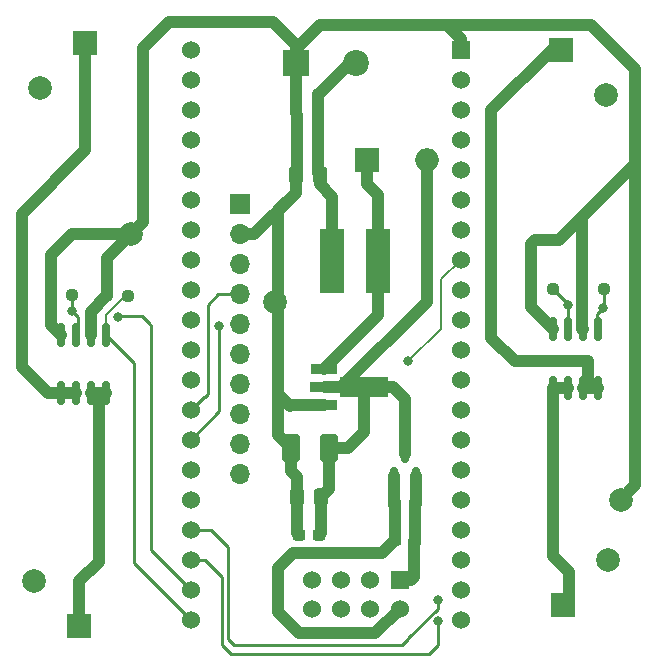
<source format=gbr>
%TF.GenerationSoftware,KiCad,Pcbnew,(6.0.7)*%
%TF.CreationDate,2022-10-25T16:16:00+09:00*%
%TF.ProjectId,quad_jsb,71756164-5f6a-4736-922e-6b696361645f,rev?*%
%TF.SameCoordinates,Original*%
%TF.FileFunction,Copper,L2,Bot*%
%TF.FilePolarity,Positive*%
%FSLAX46Y46*%
G04 Gerber Fmt 4.6, Leading zero omitted, Abs format (unit mm)*
G04 Created by KiCad (PCBNEW (6.0.7)) date 2022-10-25 16:16:00*
%MOMM*%
%LPD*%
G01*
G04 APERTURE LIST*
G04 Aperture macros list*
%AMRoundRect*
0 Rectangle with rounded corners*
0 $1 Rounding radius*
0 $2 $3 $4 $5 $6 $7 $8 $9 X,Y pos of 4 corners*
0 Add a 4 corners polygon primitive as box body*
4,1,4,$2,$3,$4,$5,$6,$7,$8,$9,$2,$3,0*
0 Add four circle primitives for the rounded corners*
1,1,$1+$1,$2,$3*
1,1,$1+$1,$4,$5*
1,1,$1+$1,$6,$7*
1,1,$1+$1,$8,$9*
0 Add four rect primitives between the rounded corners*
20,1,$1+$1,$2,$3,$4,$5,0*
20,1,$1+$1,$4,$5,$6,$7,0*
20,1,$1+$1,$6,$7,$8,$9,0*
20,1,$1+$1,$8,$9,$2,$3,0*%
%AMFreePoly0*
4,1,9,5.362500,-0.866500,1.237500,-0.866500,1.237500,-0.450000,-1.237500,-0.450000,-1.237500,0.450000,1.237500,0.450000,1.237500,0.866500,5.362500,0.866500,5.362500,-0.866500,5.362500,-0.866500,$1*%
G04 Aperture macros list end*
%TA.AperFunction,ComponentPad*%
%ADD10C,2.000000*%
%TD*%
%TA.AperFunction,ComponentPad*%
%ADD11R,2.000000X2.000000*%
%TD*%
%TA.AperFunction,ComponentPad*%
%ADD12C,2.200000*%
%TD*%
%TA.AperFunction,ComponentPad*%
%ADD13R,2.200000X2.200000*%
%TD*%
%TA.AperFunction,ComponentPad*%
%ADD14R,1.524000X1.524000*%
%TD*%
%TA.AperFunction,ComponentPad*%
%ADD15C,1.524000*%
%TD*%
%TA.AperFunction,ComponentPad*%
%ADD16O,2.000000X2.000000*%
%TD*%
%TA.AperFunction,ComponentPad*%
%ADD17R,1.700000X1.700000*%
%TD*%
%TA.AperFunction,ComponentPad*%
%ADD18O,1.700000X1.700000*%
%TD*%
%TA.AperFunction,SMDPad,CuDef*%
%ADD19RoundRect,0.237500X0.300000X0.237500X-0.300000X0.237500X-0.300000X-0.237500X0.300000X-0.237500X0*%
%TD*%
%TA.AperFunction,SMDPad,CuDef*%
%ADD20RoundRect,0.237500X-0.250000X-0.237500X0.250000X-0.237500X0.250000X0.237500X-0.250000X0.237500X0*%
%TD*%
%TA.AperFunction,SMDPad,CuDef*%
%ADD21RoundRect,0.250000X0.337500X0.475000X-0.337500X0.475000X-0.337500X-0.475000X0.337500X-0.475000X0*%
%TD*%
%TA.AperFunction,SMDPad,CuDef*%
%ADD22RoundRect,0.150000X0.150000X-0.587500X0.150000X0.587500X-0.150000X0.587500X-0.150000X-0.587500X0*%
%TD*%
%TA.AperFunction,SMDPad,CuDef*%
%ADD23R,2.150000X5.500000*%
%TD*%
%TA.AperFunction,SMDPad,CuDef*%
%ADD24RoundRect,0.150000X-0.150000X0.825000X-0.150000X-0.825000X0.150000X-0.825000X0.150000X0.825000X0*%
%TD*%
%TA.AperFunction,SMDPad,CuDef*%
%ADD25R,2.300000X0.900000*%
%TD*%
%TA.AperFunction,SMDPad,CuDef*%
%ADD26FreePoly0,0.000000*%
%TD*%
%TA.AperFunction,SMDPad,CuDef*%
%ADD27RoundRect,0.237500X-0.300000X-0.237500X0.300000X-0.237500X0.300000X0.237500X-0.300000X0.237500X0*%
%TD*%
%TA.AperFunction,SMDPad,CuDef*%
%ADD28RoundRect,0.250001X0.499999X0.924999X-0.499999X0.924999X-0.499999X-0.924999X0.499999X-0.924999X0*%
%TD*%
%TA.AperFunction,SMDPad,CuDef*%
%ADD29RoundRect,0.250000X-0.337500X-0.475000X0.337500X-0.475000X0.337500X0.475000X-0.337500X0.475000X0*%
%TD*%
%TA.AperFunction,ViaPad*%
%ADD30C,2.000000*%
%TD*%
%TA.AperFunction,ViaPad*%
%ADD31C,0.800000*%
%TD*%
%TA.AperFunction,Conductor*%
%ADD32C,0.250000*%
%TD*%
%TA.AperFunction,Conductor*%
%ADD33C,1.000000*%
%TD*%
%TA.AperFunction,Conductor*%
%ADD34C,0.200000*%
%TD*%
G04 APERTURE END LIST*
D10*
%TO.P,U11,1,+*%
%TO.N,VBAT*%
X3345000Y48345000D03*
D11*
%TO.P,U11,2,-*%
%TO.N,Net-(C11-Pad1)*%
X7155000Y52155000D03*
%TD*%
D12*
%TO.P,U1,2,BAT*%
%TO.N,VBAT*%
X30040000Y50500000D03*
D13*
%TO.P,U1,1,GND*%
%TO.N,GND*%
X24960000Y50500000D03*
%TD*%
D14*
%TO.P,U4,1,GND*%
%TO.N,GND*%
X33750000Y6750000D03*
D15*
%TO.P,U4,2,VCC*%
%TO.N,+3.3V*%
X33750000Y4290000D03*
%TO.P,U4,3,CE*%
%TO.N,Net-(U4-Pad3)*%
X31290000Y6750000D03*
%TO.P,U4,4,CSN*%
%TO.N,Net-(U4-Pad4)*%
X31290000Y4290000D03*
%TO.P,U4,5,SCK*%
%TO.N,Net-(U4-Pad5)*%
X28830000Y6750000D03*
%TO.P,U4,6,MOSI*%
%TO.N,Net-(U4-Pad6)*%
X28830000Y4290000D03*
%TO.P,U4,7,MISO*%
%TO.N,Net-(U4-Pad7)*%
X26370000Y6750000D03*
%TO.P,U4,8*%
%TO.N,N/C*%
X26370000Y4290000D03*
%TD*%
D10*
%TO.P,U12,1,+*%
%TO.N,VBAT*%
X51405000Y8405000D03*
D11*
%TO.P,U12,2,-*%
%TO.N,Net-(C12-Pad1)*%
X47595000Y4595000D03*
%TD*%
D10*
%TO.P,U9,1,+*%
%TO.N,VBAT*%
X2845000Y6655000D03*
D11*
%TO.P,U9,2,-*%
%TO.N,Net-(C9-Pad1)*%
X6655000Y2845000D03*
%TD*%
%TO.P,D1,1,A*%
%TO.N,Net-(D1-Pad1)*%
X30960000Y42250000D03*
D16*
%TO.P,D1,2,K*%
%TO.N,+5V*%
X36040000Y42250000D03*
%TD*%
D17*
%TO.P,U6,1,VCC*%
%TO.N,+3.3V*%
X20225000Y38525000D03*
D18*
%TO.P,U6,2,GND*%
%TO.N,GND*%
X20225000Y35985000D03*
%TO.P,U6,3,SCL*%
%TO.N,Net-(R3-Pad2)*%
X20225000Y33445000D03*
%TO.P,U6,4,SDA*%
%TO.N,Net-(R4-Pad2)*%
X20225000Y30905000D03*
%TO.P,U6,5*%
%TO.N,N/C*%
X20225000Y28365000D03*
%TO.P,U6,6*%
X20225000Y25825000D03*
%TO.P,U6,7*%
X20225000Y23285000D03*
%TO.P,U6,8*%
X20225000Y20745000D03*
%TO.P,U6,9*%
X20225000Y18205000D03*
%TO.P,U6,10*%
X20225000Y15665000D03*
%TD*%
D10*
%TO.P,U10,1,+*%
%TO.N,VBAT*%
X51255000Y47820000D03*
D11*
%TO.P,U10,2,-*%
%TO.N,Net-(C10-Pad1)*%
X47445000Y51630000D03*
%TD*%
D19*
%TO.P,C5,1*%
%TO.N,GND*%
X35062500Y13050000D03*
%TO.P,C5,2*%
%TO.N,+3.3V*%
X33337500Y13050000D03*
%TD*%
D20*
%TO.P,R5,1*%
%TO.N,GND*%
X4212500Y30875000D03*
%TO.P,R5,2*%
%TO.N,Net-(R5-Pad2)*%
X6037500Y30875000D03*
%TD*%
D21*
%TO.P,C4,1*%
%TO.N,VBAT*%
X27037500Y41000000D03*
%TO.P,C4,2*%
%TO.N,GND*%
X24962500Y41000000D03*
%TD*%
D22*
%TO.P,U3,1,GND*%
%TO.N,GND*%
X35175000Y15537500D03*
%TO.P,U3,2,VO*%
%TO.N,+3.3V*%
X33275000Y15537500D03*
%TO.P,U3,3,VI*%
%TO.N,+5V*%
X34225000Y17412500D03*
%TD*%
D23*
%TO.P,L1,1,1*%
%TO.N,VBAT*%
X28075000Y33750000D03*
%TO.P,L1,2,2*%
%TO.N,Net-(D1-Pad1)*%
X31925000Y33750000D03*
%TD*%
D14*
%TO.P,U5,1,GND*%
%TO.N,GND*%
X38930000Y51630000D03*
D15*
%TO.P,U5,2,VIN*%
%TO.N,+5V*%
X38930000Y49090000D03*
%TO.P,U5,3*%
%TO.N,N/C*%
X38930000Y46550000D03*
%TO.P,U5,4*%
X38930000Y44010000D03*
%TO.P,U5,5,p5*%
%TO.N,Net-(U4-Pad6)*%
X38930000Y41470000D03*
%TO.P,U5,6,p6*%
%TO.N,Net-(U4-Pad7)*%
X38930000Y38930000D03*
%TO.P,U5,7,p7*%
%TO.N,Net-(U4-Pad5)*%
X38930000Y36390000D03*
%TO.P,U5,8,p8*%
%TO.N,Net-(U4-Pad4)*%
X38930000Y33850000D03*
%TO.P,U5,9*%
%TO.N,N/C*%
X38930000Y31310000D03*
%TO.P,U5,10*%
X38930000Y28770000D03*
%TO.P,U5,11*%
X38930000Y26230000D03*
%TO.P,U5,12*%
X38930000Y23690000D03*
%TO.P,U5,13*%
X38930000Y21150000D03*
%TO.P,U5,14*%
X38930000Y18610000D03*
%TO.P,U5,15,p15*%
%TO.N,Net-(U4-Pad3)*%
X38930000Y16070000D03*
%TO.P,U5,16*%
%TO.N,N/C*%
X38930000Y13530000D03*
%TO.P,U5,17,p17*%
%TO.N,Net-(R1-Pad2)*%
X38930000Y10990000D03*
%TO.P,U5,18*%
%TO.N,N/C*%
X38930000Y8450000D03*
%TO.P,U5,19*%
X38930000Y5910000D03*
%TO.P,U5,20*%
X38930000Y3370000D03*
%TO.P,U5,21,p21*%
%TO.N,Net-(R6-Pad2)*%
X16070000Y3370000D03*
%TO.P,U5,22,p22*%
%TO.N,Net-(R5-Pad2)*%
X16070000Y5910000D03*
%TO.P,U5,23,p23*%
%TO.N,Net-(R8-Pad2)*%
X16070000Y8450000D03*
%TO.P,U5,24,p24*%
%TO.N,Net-(R7-Pad2)*%
X16070000Y10990000D03*
%TO.P,U5,25*%
%TO.N,N/C*%
X16070000Y13530000D03*
%TO.P,U5,26,p26*%
%TO.N,Net-(D2-Pad1)*%
X16070000Y16070000D03*
%TO.P,U5,27,p27*%
%TO.N,Net-(R3-Pad2)*%
X16070000Y18610000D03*
%TO.P,U5,28,p28*%
%TO.N,Net-(R4-Pad2)*%
X16070000Y21150000D03*
%TO.P,U5,29*%
%TO.N,N/C*%
X16070000Y23690000D03*
%TO.P,U5,30*%
X16070000Y26230000D03*
%TO.P,U5,31*%
X16070000Y28770000D03*
%TO.P,U5,32*%
X16070000Y31310000D03*
%TO.P,U5,33*%
X16070000Y33850000D03*
%TO.P,U5,34*%
X16070000Y36390000D03*
%TO.P,U5,35*%
X16070000Y38930000D03*
%TO.P,U5,36*%
X16070000Y41470000D03*
%TO.P,U5,37*%
X16070000Y44010000D03*
%TO.P,U5,38*%
X16070000Y46550000D03*
%TO.P,U5,39*%
X16070000Y49090000D03*
%TO.P,U5,40*%
X16070000Y51630000D03*
%TD*%
D19*
%TO.P,C8,1*%
%TO.N,GND*%
X35075000Y10100000D03*
%TO.P,C8,2*%
%TO.N,+3.3V*%
X33350000Y10100000D03*
%TD*%
D24*
%TO.P,U8,1,S2*%
%TO.N,GND*%
X46745000Y27950000D03*
%TO.P,U8,2,G2*%
%TO.N,Net-(R7-Pad2)*%
X48015000Y27950000D03*
%TO.P,U8,3,S1*%
%TO.N,GND*%
X49285000Y27950000D03*
%TO.P,U8,4,G1*%
%TO.N,Net-(R8-Pad2)*%
X50555000Y27950000D03*
%TO.P,U8,5,D1*%
%TO.N,Net-(C10-Pad1)*%
X50555000Y23000000D03*
%TO.P,U8,6,D1*%
X49285000Y23000000D03*
%TO.P,U8,7,D2*%
%TO.N,Net-(C12-Pad1)*%
X48015000Y23000000D03*
%TO.P,U8,8,D2*%
X46745000Y23000000D03*
%TD*%
%TO.P,U7,1,S2*%
%TO.N,GND*%
X5095000Y27475000D03*
%TO.P,U7,2,G2*%
%TO.N,Net-(R5-Pad2)*%
X6365000Y27475000D03*
%TO.P,U7,3,S1*%
%TO.N,GND*%
X7635000Y27475000D03*
%TO.P,U7,4,G1*%
%TO.N,Net-(R6-Pad2)*%
X8905000Y27475000D03*
%TO.P,U7,5,D1*%
%TO.N,Net-(C9-Pad1)*%
X8905000Y22525000D03*
%TO.P,U7,6,D1*%
X7635000Y22525000D03*
%TO.P,U7,7,D2*%
%TO.N,Net-(C11-Pad1)*%
X6365000Y22525000D03*
%TO.P,U7,8,D2*%
X5095000Y22525000D03*
%TD*%
D25*
%TO.P,U2,1,VSS*%
%TO.N,GND*%
X27325000Y21575000D03*
D26*
%TO.P,U2,2,OUT*%
%TO.N,+5V*%
X27412500Y23075000D03*
D25*
%TO.P,U2,3,LX*%
%TO.N,Net-(D1-Pad1)*%
X27325000Y24575000D03*
%TD*%
D27*
%TO.P,C3,1*%
%TO.N,GND*%
X25237500Y10550000D03*
%TO.P,C3,2*%
%TO.N,+5V*%
X26962500Y10550000D03*
%TD*%
D28*
%TO.P,C6,1*%
%TO.N,+5V*%
X27800000Y17925000D03*
%TO.P,C6,2*%
%TO.N,GND*%
X24550000Y17925000D03*
%TD*%
D27*
%TO.P,C2,1*%
%TO.N,GND*%
X25112500Y43675000D03*
%TO.P,C2,2*%
%TO.N,VBAT*%
X26837500Y43675000D03*
%TD*%
D20*
%TO.P,R7,1*%
%TO.N,GND*%
X44887500Y31350000D03*
%TO.P,R7,2*%
%TO.N,Net-(R7-Pad2)*%
X46712500Y31350000D03*
%TD*%
%TO.P,R8,1*%
%TO.N,GND*%
X49237500Y31350000D03*
%TO.P,R8,2*%
%TO.N,Net-(R8-Pad2)*%
X51062500Y31350000D03*
%TD*%
D29*
%TO.P,C7,1*%
%TO.N,GND*%
X25062500Y13750000D03*
%TO.P,C7,2*%
%TO.N,+5V*%
X27137500Y13750000D03*
%TD*%
D20*
%TO.P,R6,1*%
%TO.N,GND*%
X8937500Y30750000D03*
%TO.P,R6,2*%
%TO.N,Net-(R6-Pad2)*%
X10762500Y30750000D03*
%TD*%
D30*
%TO.N,GND*%
X52500000Y13500000D03*
X23250000Y30250000D03*
X11000000Y36000000D03*
D31*
%TO.N,Net-(R3-Pad2)*%
X18500000Y28250000D03*
%TO.N,Net-(R5-Pad2)*%
X9875500Y29000000D03*
X6000000Y29500000D03*
%TO.N,Net-(R7-Pad2)*%
X48000000Y30000000D03*
X37000000Y5000000D03*
%TO.N,Net-(R8-Pad2)*%
X51000000Y29750000D03*
X37000000Y3250000D03*
%TO.N,Net-(U4-Pad4)*%
X34500000Y25250000D03*
%TD*%
D32*
%TO.N,Net-(R8-Pad2)*%
X50500000Y28005000D02*
X50555000Y27950000D01*
X51000000Y29750000D02*
X50500000Y29250000D01*
X50500000Y29250000D02*
X50500000Y28005000D01*
%TO.N,Net-(R7-Pad2)*%
X17760000Y10990000D02*
X16070000Y10990000D01*
X19250000Y9500000D02*
X17760000Y10990000D01*
X19250000Y1750000D02*
X19250000Y9500000D01*
X19750000Y1250000D02*
X19250000Y1750000D01*
X34500000Y1750000D02*
X34000000Y1250000D01*
X34500000Y1775305D02*
X34500000Y1750000D01*
X37000000Y4275305D02*
X34500000Y1775305D01*
X37000000Y5000000D02*
X37000000Y4275305D01*
X34000000Y1250000D02*
X19750000Y1250000D01*
D33*
%TO.N,GND*%
X23500000Y30000000D02*
X23500000Y22500000D01*
X23250000Y30250000D02*
X23500000Y30000000D01*
X23500000Y38057919D02*
X24962500Y39520419D01*
X23250000Y30250000D02*
X23500000Y30500000D01*
X23500000Y30500000D02*
X23500000Y38057919D01*
%TO.N,VBAT*%
X28075000Y39175000D02*
X28075000Y33750000D01*
X27037500Y40212500D02*
X28075000Y39175000D01*
X27037500Y41000000D02*
X27037500Y40212500D01*
%TO.N,+5V*%
X33175000Y23075000D02*
X27412500Y23075000D01*
X34225000Y22025000D02*
X33175000Y23075000D01*
X34225000Y17412500D02*
X34225000Y22025000D01*
%TO.N,GND*%
X27000000Y53750000D02*
X37750000Y53750000D01*
X24960000Y51710000D02*
X27000000Y53750000D01*
X24960000Y51000000D02*
X24960000Y51710000D01*
X14250000Y54000000D02*
X12000000Y51750000D01*
X24960000Y52040000D02*
X23000000Y54000000D01*
X24960000Y50500000D02*
X24960000Y52040000D01*
X23000000Y54000000D02*
X14250000Y54000000D01*
X12000000Y51750000D02*
X12000000Y37000000D01*
X12000000Y37000000D02*
X11000000Y36000000D01*
X24960000Y51000000D02*
X24960000Y50500000D01*
D32*
%TO.N,Net-(R8-Pad2)*%
X17300000Y8450000D02*
X16070000Y8450000D01*
X18750000Y1250000D02*
X18750000Y7000000D01*
X19500000Y500000D02*
X18750000Y1250000D01*
X36250000Y500000D02*
X19500000Y500000D01*
X37000000Y1250000D02*
X36250000Y500000D01*
X18750000Y7000000D02*
X17300000Y8450000D01*
X37000000Y3250000D02*
X37000000Y1250000D01*
D33*
%TO.N,+3.3V*%
X31710000Y2250000D02*
X33750000Y4290000D01*
X25250000Y2250000D02*
X31710000Y2250000D01*
X24750000Y9000000D02*
X23500000Y7750000D01*
X23500000Y7750000D02*
X23500000Y4000000D01*
X32250000Y9000000D02*
X24750000Y9000000D01*
X23500000Y4000000D02*
X25250000Y2250000D01*
X33350000Y10100000D02*
X32250000Y9000000D01*
%TO.N,Net-(C12-Pad1)*%
X48095000Y5095000D02*
X47595000Y4595000D01*
X48095000Y7405000D02*
X48095000Y5095000D01*
X46745000Y23000000D02*
X46745000Y8755000D01*
X46745000Y8755000D02*
X48095000Y7405000D01*
%TO.N,GND*%
X35175000Y15537500D02*
X35175000Y13162500D01*
X45250000Y35500000D02*
X44887500Y35137500D01*
X8937500Y30750000D02*
X7635000Y29447500D01*
X35000000Y10025000D02*
X35000000Y7000000D01*
X4212500Y28357500D02*
X5095000Y27475000D01*
X53727464Y50022536D02*
X53727464Y41977464D01*
X35062500Y13050000D02*
X35062500Y10112500D01*
X53727464Y14727464D02*
X52500000Y13500000D01*
X49237500Y31350000D02*
X49237500Y37487500D01*
X23500000Y18975000D02*
X24550000Y17925000D01*
X25112500Y41150000D02*
X24962500Y41000000D01*
X25062500Y10725000D02*
X25237500Y10550000D01*
X35062500Y10112500D02*
X35075000Y10100000D01*
X23500000Y22500000D02*
X24500000Y21500000D01*
X21427081Y35985000D02*
X20225000Y35985000D01*
X24962500Y39520419D02*
X21427081Y35985000D01*
X6000000Y36000000D02*
X4212500Y34212500D01*
X49237500Y37487500D02*
X49375000Y37625000D01*
X44887500Y29807500D02*
X46745000Y27950000D01*
X47250000Y35500000D02*
X45250000Y35500000D01*
X11000000Y36000000D02*
X9000000Y34000000D01*
X50000000Y53750000D02*
X50250000Y53500000D01*
X50250000Y53500000D02*
X53727464Y50022536D01*
X23500000Y22500000D02*
X23500000Y18975000D01*
X35075000Y10100000D02*
X35075000Y9961675D01*
X24960000Y46290000D02*
X25112500Y46137500D01*
X7635000Y29447500D02*
X7635000Y27475000D01*
X9000000Y30812500D02*
X8937500Y30750000D01*
X49237500Y31350000D02*
X49237500Y27997500D01*
X24960000Y51000000D02*
X24960000Y46290000D01*
X35000000Y7000000D02*
X34750000Y6750000D01*
X24550000Y17925000D02*
X24550000Y15950000D01*
X24550000Y15950000D02*
X25062500Y15437500D01*
X24500000Y21500000D02*
X24575000Y21575000D01*
X49237500Y27997500D02*
X49285000Y27950000D01*
X24962500Y41000000D02*
X24962500Y39520419D01*
X4212500Y30875000D02*
X4212500Y28357500D01*
X44887500Y31350000D02*
X44887500Y29807500D01*
X4212500Y34212500D02*
X4212500Y30875000D01*
X35175000Y13162500D02*
X35062500Y13050000D01*
X35075000Y9961675D02*
X35000000Y9886675D01*
X53727464Y41977464D02*
X53727464Y14727464D01*
X25112500Y46137500D02*
X25112500Y43675000D01*
X44887500Y35137500D02*
X44887500Y31350000D01*
X49375000Y37625000D02*
X47250000Y35500000D01*
X11000000Y36000000D02*
X6000000Y36000000D01*
X25062500Y15437500D02*
X25062500Y13750000D01*
X53727464Y41977464D02*
X49375000Y37625000D01*
X9000000Y34000000D02*
X9000000Y30812500D01*
X35075000Y10100000D02*
X35000000Y10025000D01*
X37750000Y53750000D02*
X50000000Y53750000D01*
X25112500Y43675000D02*
X25112500Y41150000D01*
X25062500Y13750000D02*
X25062500Y10725000D01*
X34750000Y6750000D02*
X33750000Y6750000D01*
X24575000Y21575000D02*
X27325000Y21575000D01*
X37750000Y53750000D02*
X38930000Y52570000D01*
X38930000Y52570000D02*
X38930000Y51630000D01*
%TO.N,VBAT*%
X26837500Y47837500D02*
X26837500Y45087500D01*
X26837500Y45087500D02*
X26837500Y43675000D01*
X30040000Y51000000D02*
X27040000Y48000000D01*
D32*
X27000000Y43837500D02*
X26837500Y43675000D01*
D33*
X26837500Y45087500D02*
X26837500Y41200000D01*
X26837500Y41200000D02*
X27037500Y41000000D01*
X27000000Y48000000D02*
X26837500Y47837500D01*
X27040000Y48000000D02*
X27000000Y48000000D01*
%TO.N,+5V*%
X29425000Y17925000D02*
X30750000Y19250000D01*
X27137500Y13750000D02*
X27137500Y10725000D01*
X27800000Y17925000D02*
X29425000Y17925000D01*
X27800000Y17925000D02*
X27800000Y14412500D01*
X36040000Y30290000D02*
X28825000Y23075000D01*
X30750000Y19250000D02*
X30750000Y22250000D01*
X27800000Y14412500D02*
X27137500Y13750000D01*
X28825000Y23075000D02*
X27412500Y23075000D01*
X36040000Y42250000D02*
X36040000Y30290000D01*
X27137500Y10725000D02*
X26962500Y10550000D01*
%TO.N,+3.3V*%
X33275000Y13112500D02*
X33337500Y13050000D01*
X33337500Y10112500D02*
X33350000Y10100000D01*
X33275000Y15537500D02*
X33275000Y13112500D01*
X33337500Y13050000D02*
X33337500Y10112500D01*
%TO.N,Net-(C9-Pad1)*%
X6655000Y6655000D02*
X6655000Y2845000D01*
X8905000Y22525000D02*
X8275000Y22525000D01*
X8275000Y8275000D02*
X6655000Y6655000D01*
X8275000Y22525000D02*
X8275000Y8275000D01*
X8275000Y22525000D02*
X7635000Y22525000D01*
%TO.N,Net-(C10-Pad1)*%
X49750000Y23000000D02*
X49285000Y23000000D01*
X47445000Y51630000D02*
X46630000Y51630000D01*
X50555000Y23000000D02*
X49750000Y23000000D01*
X41500000Y27250000D02*
X43500000Y25250000D01*
X41500000Y46500000D02*
X41500000Y27250000D01*
X43500000Y25250000D02*
X49750000Y25250000D01*
X46630000Y51630000D02*
X41500000Y46500000D01*
X49750000Y25250000D02*
X49750000Y23000000D01*
%TO.N,Net-(C11-Pad1)*%
X6365000Y22525000D02*
X5095000Y22525000D01*
X1750000Y37750000D02*
X7155000Y43155000D01*
X3975000Y22525000D02*
X1750000Y24750000D01*
X5095000Y22525000D02*
X3975000Y22525000D01*
X1750000Y24750000D02*
X1750000Y37750000D01*
X7155000Y43155000D02*
X7155000Y52155000D01*
%TO.N,Net-(C12-Pad1)*%
X46745000Y23000000D02*
X48015000Y23000000D01*
%TO.N,Net-(D1-Pad1)*%
X30960000Y42250000D02*
X30960000Y40290000D01*
X31925000Y39325000D02*
X31925000Y33750000D01*
X31925000Y29175000D02*
X31925000Y33750000D01*
X27325000Y24575000D02*
X31925000Y29175000D01*
X30960000Y40290000D02*
X31925000Y39325000D01*
D32*
%TO.N,Net-(R3-Pad2)*%
X18500000Y21040000D02*
X18500000Y28250000D01*
X16070000Y18610000D02*
X18500000Y21040000D01*
%TO.N,Net-(R4-Pad2)*%
X16070000Y21150000D02*
X17170000Y22250000D01*
X17250000Y22250000D02*
X17500000Y22500000D01*
X17170000Y22250000D02*
X17250000Y22250000D01*
X17500000Y30000000D02*
X18405000Y30905000D01*
X18405000Y30905000D02*
X20225000Y30905000D01*
X17500000Y22500000D02*
X17500000Y30000000D01*
%TO.N,Net-(R5-Pad2)*%
X12750000Y9500000D02*
X12750000Y27324500D01*
X6037500Y30875000D02*
X6037500Y29537500D01*
X16070000Y5910000D02*
X12750000Y9230000D01*
X12500000Y28500000D02*
X11950500Y29049500D01*
X6500000Y27610000D02*
X6365000Y27475000D01*
X6037500Y29537500D02*
X6000000Y29500000D01*
X6000000Y29500000D02*
X6500000Y29000000D01*
X12750000Y9230000D02*
X12750000Y9500000D01*
X9925000Y29049500D02*
X9875500Y29000000D01*
X11950500Y29049500D02*
X9925000Y29049500D01*
X6500000Y29000000D02*
X6500000Y27610000D01*
X12750000Y28250000D02*
X12500000Y28500000D01*
X12750000Y27324500D02*
X12750000Y28250000D01*
D34*
%TO.N,Net-(R6-Pad2)*%
X10500000Y30750000D02*
X8905000Y29155000D01*
X10762500Y30750000D02*
X10500000Y30750000D01*
X8905000Y29155000D02*
X8905000Y27475000D01*
D32*
X11250000Y8190000D02*
X16070000Y3370000D01*
X11250000Y25130000D02*
X11250000Y8190000D01*
X8905000Y27475000D02*
X11250000Y25130000D01*
%TO.N,Net-(R7-Pad2)*%
X48000000Y29000000D02*
X48000000Y30000000D01*
X48000000Y30062500D02*
X46712500Y31350000D01*
X48015000Y27950000D02*
X48015000Y28985000D01*
X48015000Y28985000D02*
X48000000Y29000000D01*
X48000000Y30000000D02*
X48000000Y30062500D01*
%TO.N,Net-(R8-Pad2)*%
X51062500Y31350000D02*
X51062500Y29812500D01*
X51062500Y29812500D02*
X51000000Y29750000D01*
D34*
%TO.N,Net-(U4-Pad4)*%
X37250000Y32170000D02*
X38930000Y33850000D01*
X34500000Y25250000D02*
X37250000Y28000000D01*
X37250000Y28000000D02*
X37250000Y32170000D01*
%TD*%
M02*

</source>
